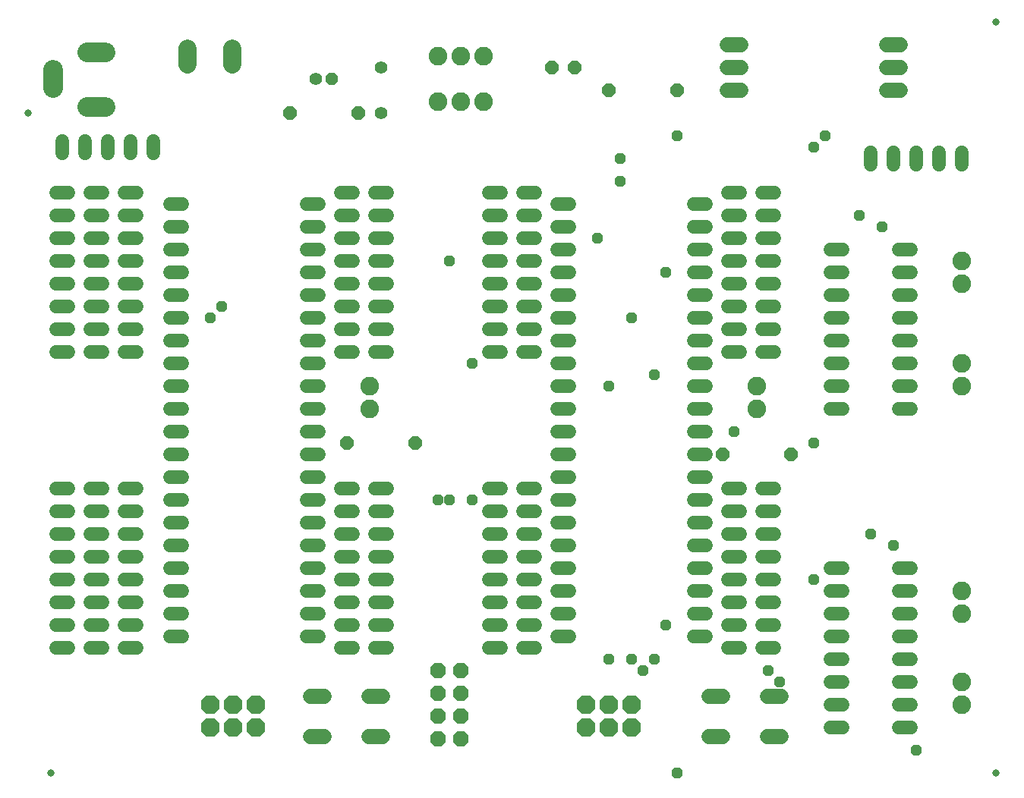
<source format=gts>
G75*
G70*
%OFA0B0*%
%FSLAX24Y24*%
%IPPOS*%
%LPD*%
%AMOC8*
5,1,8,0,0,1.08239X$1,22.5*
%
%ADD10C,0.0316*%
%ADD11C,0.0600*%
%ADD12C,0.0680*%
%ADD13OC8,0.0820*%
%ADD14OC8,0.0680*%
%ADD15C,0.0820*%
%ADD16C,0.0785*%
%ADD17OC8,0.0560*%
%ADD18C,0.0560*%
%ADD19C,0.0867*%
%ADD20OC8,0.0600*%
%ADD21C,0.0556*%
%ADD22OC8,0.0476*%
D10*
X002106Y001604D03*
X001106Y030604D03*
X043606Y034604D03*
X043606Y001604D03*
D11*
X039866Y003604D02*
X039346Y003604D01*
X039346Y004604D02*
X039866Y004604D01*
X039866Y005604D02*
X039346Y005604D01*
X039346Y006604D02*
X039866Y006604D01*
X039866Y007604D02*
X039346Y007604D01*
X039346Y008604D02*
X039866Y008604D01*
X039866Y009604D02*
X039346Y009604D01*
X039346Y010604D02*
X039866Y010604D01*
X036866Y010604D02*
X036346Y010604D01*
X036346Y009604D02*
X036866Y009604D01*
X036866Y008604D02*
X036346Y008604D01*
X036346Y007604D02*
X036866Y007604D01*
X036866Y006604D02*
X036346Y006604D01*
X036346Y005604D02*
X036866Y005604D01*
X036866Y004604D02*
X036346Y004604D01*
X036346Y003604D02*
X036866Y003604D01*
X033866Y007104D02*
X033346Y007104D01*
X032366Y007104D02*
X031846Y007104D01*
X030866Y007604D02*
X030346Y007604D01*
X030346Y008604D02*
X030866Y008604D01*
X031846Y008104D02*
X032366Y008104D01*
X033346Y008104D02*
X033866Y008104D01*
X033866Y009104D02*
X033346Y009104D01*
X032366Y009104D02*
X031846Y009104D01*
X031846Y010104D02*
X032366Y010104D01*
X033346Y010104D02*
X033866Y010104D01*
X033866Y011104D02*
X033346Y011104D01*
X032366Y011104D02*
X031846Y011104D01*
X030866Y010604D02*
X030346Y010604D01*
X030346Y011604D02*
X030866Y011604D01*
X031846Y012104D02*
X032366Y012104D01*
X033346Y012104D02*
X033866Y012104D01*
X033866Y013104D02*
X033346Y013104D01*
X032366Y013104D02*
X031846Y013104D01*
X030866Y012604D02*
X030346Y012604D01*
X030346Y013604D02*
X030866Y013604D01*
X031846Y014104D02*
X032366Y014104D01*
X033346Y014104D02*
X033866Y014104D01*
X030866Y014604D02*
X030346Y014604D01*
X030346Y015604D02*
X030866Y015604D01*
X030866Y016604D02*
X030346Y016604D01*
X030346Y017604D02*
X030866Y017604D01*
X030866Y018604D02*
X030346Y018604D01*
X030346Y019604D02*
X030866Y019604D01*
X031846Y020104D02*
X032366Y020104D01*
X033346Y020104D02*
X033866Y020104D01*
X033866Y021104D02*
X033346Y021104D01*
X032366Y021104D02*
X031846Y021104D01*
X030866Y020604D02*
X030346Y020604D01*
X030346Y021604D02*
X030866Y021604D01*
X031846Y022104D02*
X032366Y022104D01*
X033346Y022104D02*
X033866Y022104D01*
X033866Y023104D02*
X033346Y023104D01*
X032366Y023104D02*
X031846Y023104D01*
X030866Y022604D02*
X030346Y022604D01*
X030346Y023604D02*
X030866Y023604D01*
X031846Y024104D02*
X032366Y024104D01*
X033346Y024104D02*
X033866Y024104D01*
X033866Y025104D02*
X033346Y025104D01*
X032366Y025104D02*
X031846Y025104D01*
X030866Y024604D02*
X030346Y024604D01*
X030346Y025604D02*
X030866Y025604D01*
X031846Y026104D02*
X032366Y026104D01*
X033346Y026104D02*
X033866Y026104D01*
X033866Y027104D02*
X033346Y027104D01*
X032366Y027104D02*
X031846Y027104D01*
X030866Y026604D02*
X030346Y026604D01*
X024866Y026604D02*
X024346Y026604D01*
X024346Y025604D02*
X024866Y025604D01*
X024866Y024604D02*
X024346Y024604D01*
X024346Y023604D02*
X024866Y023604D01*
X024866Y022604D02*
X024346Y022604D01*
X024346Y021604D02*
X024866Y021604D01*
X024866Y020604D02*
X024346Y020604D01*
X024346Y019604D02*
X024866Y019604D01*
X024866Y018604D02*
X024346Y018604D01*
X024346Y017604D02*
X024866Y017604D01*
X024866Y016604D02*
X024346Y016604D01*
X024346Y015604D02*
X024866Y015604D01*
X024866Y014604D02*
X024346Y014604D01*
X024346Y013604D02*
X024866Y013604D01*
X024866Y012604D02*
X024346Y012604D01*
X024346Y011604D02*
X024866Y011604D01*
X024866Y010604D02*
X024346Y010604D01*
X024346Y009604D02*
X024866Y009604D01*
X024866Y008604D02*
X024346Y008604D01*
X024346Y007604D02*
X024866Y007604D01*
X023366Y007104D02*
X022846Y007104D01*
X021866Y007104D02*
X021346Y007104D01*
X021346Y008104D02*
X021866Y008104D01*
X022846Y008104D02*
X023366Y008104D01*
X023366Y009104D02*
X022846Y009104D01*
X021866Y009104D02*
X021346Y009104D01*
X021346Y010104D02*
X021866Y010104D01*
X022846Y010104D02*
X023366Y010104D01*
X023366Y011104D02*
X022846Y011104D01*
X021866Y011104D02*
X021346Y011104D01*
X021346Y012104D02*
X021866Y012104D01*
X022846Y012104D02*
X023366Y012104D01*
X023366Y013104D02*
X022846Y013104D01*
X021866Y013104D02*
X021346Y013104D01*
X021346Y014104D02*
X021866Y014104D01*
X022846Y014104D02*
X023366Y014104D01*
X016866Y014104D02*
X016346Y014104D01*
X015366Y014104D02*
X014846Y014104D01*
X013866Y013604D02*
X013346Y013604D01*
X013346Y012604D02*
X013866Y012604D01*
X014846Y012104D02*
X015366Y012104D01*
X016346Y012104D02*
X016866Y012104D01*
X016866Y013104D02*
X016346Y013104D01*
X015366Y013104D02*
X014846Y013104D01*
X013866Y011604D02*
X013346Y011604D01*
X013346Y010604D02*
X013866Y010604D01*
X014846Y010104D02*
X015366Y010104D01*
X016346Y010104D02*
X016866Y010104D01*
X016866Y009104D02*
X016346Y009104D01*
X015366Y009104D02*
X014846Y009104D01*
X013866Y008604D02*
X013346Y008604D01*
X013346Y007604D02*
X013866Y007604D01*
X014846Y007104D02*
X015366Y007104D01*
X016346Y007104D02*
X016866Y007104D01*
X016866Y008104D02*
X016346Y008104D01*
X015366Y008104D02*
X014846Y008104D01*
X013866Y009604D02*
X013346Y009604D01*
X014846Y011104D02*
X015366Y011104D01*
X016346Y011104D02*
X016866Y011104D01*
X013866Y014604D02*
X013346Y014604D01*
X013346Y015604D02*
X013866Y015604D01*
X013866Y016604D02*
X013346Y016604D01*
X013346Y017604D02*
X013866Y017604D01*
X013866Y018604D02*
X013346Y018604D01*
X013346Y019604D02*
X013866Y019604D01*
X014846Y020104D02*
X015366Y020104D01*
X016346Y020104D02*
X016866Y020104D01*
X016866Y021104D02*
X016346Y021104D01*
X015366Y021104D02*
X014846Y021104D01*
X013866Y020604D02*
X013346Y020604D01*
X013346Y021604D02*
X013866Y021604D01*
X014846Y022104D02*
X015366Y022104D01*
X016346Y022104D02*
X016866Y022104D01*
X016866Y023104D02*
X016346Y023104D01*
X015366Y023104D02*
X014846Y023104D01*
X013866Y022604D02*
X013346Y022604D01*
X013346Y023604D02*
X013866Y023604D01*
X014846Y024104D02*
X015366Y024104D01*
X016346Y024104D02*
X016866Y024104D01*
X016866Y025104D02*
X016346Y025104D01*
X015366Y025104D02*
X014846Y025104D01*
X013866Y024604D02*
X013346Y024604D01*
X013346Y025604D02*
X013866Y025604D01*
X014846Y026104D02*
X015366Y026104D01*
X016346Y026104D02*
X016866Y026104D01*
X016866Y027104D02*
X016346Y027104D01*
X015366Y027104D02*
X014846Y027104D01*
X013866Y026604D02*
X013346Y026604D01*
X007866Y026604D02*
X007346Y026604D01*
X007346Y025604D02*
X007866Y025604D01*
X007866Y024604D02*
X007346Y024604D01*
X007346Y023604D02*
X007866Y023604D01*
X007866Y022604D02*
X007346Y022604D01*
X007346Y021604D02*
X007866Y021604D01*
X007866Y020604D02*
X007346Y020604D01*
X007346Y019604D02*
X007866Y019604D01*
X007866Y018604D02*
X007346Y018604D01*
X007346Y017604D02*
X007866Y017604D01*
X007866Y016604D02*
X007346Y016604D01*
X007346Y015604D02*
X007866Y015604D01*
X007866Y014604D02*
X007346Y014604D01*
X007346Y013604D02*
X007866Y013604D01*
X007866Y012604D02*
X007346Y012604D01*
X007346Y011604D02*
X007866Y011604D01*
X007866Y010604D02*
X007346Y010604D01*
X007346Y009604D02*
X007866Y009604D01*
X007866Y008604D02*
X007346Y008604D01*
X007346Y007604D02*
X007866Y007604D01*
X005866Y007104D02*
X005346Y007104D01*
X004366Y007104D02*
X003846Y007104D01*
X002866Y007104D02*
X002346Y007104D01*
X002346Y008104D02*
X002866Y008104D01*
X003846Y008104D02*
X004366Y008104D01*
X005346Y008104D02*
X005866Y008104D01*
X005866Y009104D02*
X005346Y009104D01*
X004366Y009104D02*
X003846Y009104D01*
X002866Y009104D02*
X002346Y009104D01*
X002346Y010104D02*
X002866Y010104D01*
X003846Y010104D02*
X004366Y010104D01*
X005346Y010104D02*
X005866Y010104D01*
X005866Y011104D02*
X005346Y011104D01*
X004366Y011104D02*
X003846Y011104D01*
X002866Y011104D02*
X002346Y011104D01*
X002346Y012104D02*
X002866Y012104D01*
X003846Y012104D02*
X004366Y012104D01*
X005346Y012104D02*
X005866Y012104D01*
X005866Y013104D02*
X005346Y013104D01*
X004366Y013104D02*
X003846Y013104D01*
X002866Y013104D02*
X002346Y013104D01*
X002346Y014104D02*
X002866Y014104D01*
X003846Y014104D02*
X004366Y014104D01*
X005346Y014104D02*
X005866Y014104D01*
X005866Y020104D02*
X005346Y020104D01*
X004366Y020104D02*
X003846Y020104D01*
X002866Y020104D02*
X002346Y020104D01*
X002346Y021104D02*
X002866Y021104D01*
X003846Y021104D02*
X004366Y021104D01*
X005346Y021104D02*
X005866Y021104D01*
X005866Y022104D02*
X005346Y022104D01*
X004366Y022104D02*
X003846Y022104D01*
X002866Y022104D02*
X002346Y022104D01*
X002346Y023104D02*
X002866Y023104D01*
X003846Y023104D02*
X004366Y023104D01*
X005346Y023104D02*
X005866Y023104D01*
X005866Y024104D02*
X005346Y024104D01*
X004366Y024104D02*
X003846Y024104D01*
X002866Y024104D02*
X002346Y024104D01*
X002346Y025104D02*
X002866Y025104D01*
X003846Y025104D02*
X004366Y025104D01*
X005346Y025104D02*
X005866Y025104D01*
X005866Y026104D02*
X005346Y026104D01*
X004366Y026104D02*
X003846Y026104D01*
X002866Y026104D02*
X002346Y026104D01*
X002346Y027104D02*
X002866Y027104D01*
X003846Y027104D02*
X004366Y027104D01*
X005346Y027104D02*
X005866Y027104D01*
X005606Y028844D02*
X005606Y029364D01*
X004606Y029364D02*
X004606Y028844D01*
X003606Y028844D02*
X003606Y029364D01*
X002606Y029364D02*
X002606Y028844D01*
X006606Y028844D02*
X006606Y029364D01*
X021346Y027104D02*
X021866Y027104D01*
X022846Y027104D02*
X023366Y027104D01*
X023366Y026104D02*
X022846Y026104D01*
X021866Y026104D02*
X021346Y026104D01*
X021346Y025104D02*
X021866Y025104D01*
X022846Y025104D02*
X023366Y025104D01*
X023366Y024104D02*
X022846Y024104D01*
X021866Y024104D02*
X021346Y024104D01*
X021346Y023104D02*
X021866Y023104D01*
X022846Y023104D02*
X023366Y023104D01*
X023366Y022104D02*
X022846Y022104D01*
X021866Y022104D02*
X021346Y022104D01*
X021346Y021104D02*
X021866Y021104D01*
X022846Y021104D02*
X023366Y021104D01*
X023366Y020104D02*
X022846Y020104D01*
X021866Y020104D02*
X021346Y020104D01*
X030346Y009604D02*
X030866Y009604D01*
X036346Y017604D02*
X036866Y017604D01*
X036866Y018604D02*
X036346Y018604D01*
X036346Y019604D02*
X036866Y019604D01*
X036866Y020604D02*
X036346Y020604D01*
X036346Y021604D02*
X036866Y021604D01*
X036866Y022604D02*
X036346Y022604D01*
X036346Y023604D02*
X036866Y023604D01*
X036866Y024604D02*
X036346Y024604D01*
X039346Y024604D02*
X039866Y024604D01*
X039866Y023604D02*
X039346Y023604D01*
X039346Y022604D02*
X039866Y022604D01*
X039866Y021604D02*
X039346Y021604D01*
X039346Y020604D02*
X039866Y020604D01*
X039866Y019604D02*
X039346Y019604D01*
X039346Y018604D02*
X039866Y018604D01*
X039866Y017604D02*
X039346Y017604D01*
X039106Y028344D02*
X039106Y028864D01*
X038106Y028864D02*
X038106Y028344D01*
X040106Y028344D02*
X040106Y028864D01*
X041106Y028864D02*
X041106Y028344D01*
X042106Y028344D02*
X042106Y028864D01*
D12*
X039406Y031604D02*
X038806Y031604D01*
X038806Y032604D02*
X039406Y032604D01*
X039406Y033604D02*
X038806Y033604D01*
X032406Y033604D02*
X031806Y033604D01*
X031806Y032604D02*
X032406Y032604D01*
X032406Y031604D02*
X031806Y031604D01*
X031626Y004994D02*
X031026Y004994D01*
X031026Y003214D02*
X031626Y003214D01*
X033586Y003214D02*
X034186Y003214D01*
X034186Y004994D02*
X033586Y004994D01*
X016686Y004994D02*
X016086Y004994D01*
X014126Y004994D02*
X013526Y004994D01*
X013526Y003214D02*
X014126Y003214D01*
X016086Y003214D02*
X016686Y003214D01*
D13*
X011106Y003604D03*
X010106Y003604D03*
X009106Y003604D03*
X009106Y004604D03*
X010106Y004604D03*
X011106Y004604D03*
X025606Y004604D03*
X025606Y003604D03*
X026606Y003604D03*
X027606Y003604D03*
X027606Y004604D03*
X026606Y004604D03*
D14*
X020106Y004104D03*
X019106Y004104D03*
X019106Y003104D03*
X020106Y003104D03*
X020106Y005104D03*
X019106Y005104D03*
X019106Y006104D03*
X020106Y006104D03*
D15*
X016106Y017604D03*
X016106Y018604D03*
X019106Y031104D03*
X020106Y031104D03*
X021106Y031104D03*
X021106Y033104D03*
X020106Y033104D03*
X019106Y033104D03*
X033106Y018604D03*
X033106Y017604D03*
X042106Y018604D03*
X042106Y019604D03*
X042106Y023104D03*
X042106Y024104D03*
X042106Y009604D03*
X042106Y008604D03*
X042106Y005604D03*
X042106Y004604D03*
D16*
X010091Y032752D02*
X010091Y033457D01*
X008122Y033457D02*
X008122Y032752D01*
D17*
X014456Y032104D03*
D18*
X013756Y032104D03*
D19*
X004500Y033285D02*
X003713Y033285D01*
X002217Y032498D02*
X002217Y031711D01*
X003713Y030884D02*
X004500Y030884D01*
D20*
X012606Y030604D03*
X015606Y030604D03*
X024106Y032604D03*
X025106Y032604D03*
X026606Y031604D03*
X029606Y031604D03*
X018106Y016104D03*
X015106Y016104D03*
X031606Y015604D03*
X034606Y015604D03*
D21*
X016606Y030604D03*
X016606Y032604D03*
D22*
X026106Y025104D03*
X027106Y027604D03*
X027106Y028604D03*
X029606Y029604D03*
X035606Y029104D03*
X036106Y029604D03*
X037606Y026104D03*
X038606Y025604D03*
X029106Y023604D03*
X027606Y021604D03*
X028606Y019104D03*
X026606Y018604D03*
X032106Y016604D03*
X035606Y016104D03*
X038106Y012104D03*
X039106Y011604D03*
X035606Y010104D03*
X033606Y006104D03*
X034106Y005604D03*
X029106Y008104D03*
X028606Y006604D03*
X028106Y006104D03*
X027606Y006604D03*
X026606Y006604D03*
X029606Y001604D03*
X040106Y002604D03*
X020606Y013604D03*
X019606Y013604D03*
X019106Y013604D03*
X020606Y019604D03*
X019606Y024104D03*
X009606Y022104D03*
X009106Y021604D03*
M02*

</source>
